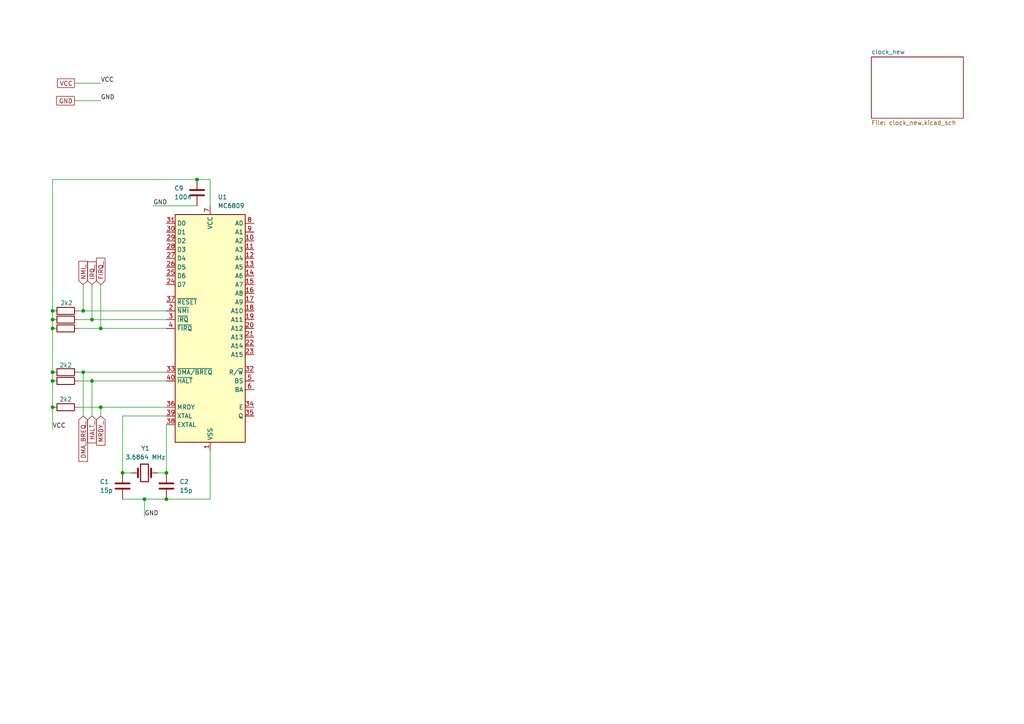
<source format=kicad_sch>
(kicad_sch (version 20231120) (generator "eeschema") (generator_version "8.0")
  (paper "A4")
  (lib_symbols
    (symbol "CPU_NXP_6800:MC6809"
      (property "Reference" "U" (at -7.62 34.29 0))
      (property "Value" "MC6809" (at 10.16 34.29 0))
      (symbol "MC6809_0_1"
        (rectangle (start -10.16 -33.02) (end 10.16 33.02) (stroke (width 0.254)) (fill (type background)))
      )
      (symbol "MC6809_1_1"
        (pin power_in line (at 0 -35.56 90) (length 2.54) (name "VSS") (number "1"))
        (pin output line (at 12.7 25.4 180) (length 2.54) (name "A2") (number "10"))
        (pin output line (at 12.7 22.86 180) (length 2.54) (name "A3") (number "11"))
        (pin output line (at 12.7 20.32 180) (length 2.54) (name "A4") (number "12"))
        (pin output line (at 12.7 17.78 180) (length 2.54) (name "A5") (number "13"))
        (pin output line (at 12.7 15.24 180) (length 2.54) (name "A6") (number "14"))
        (pin output line (at 12.7 12.7 180) (length 2.54) (name "A7") (number "15"))
        (pin output line (at 12.7 10.16 180) (length 2.54) (name "A8") (number "16"))
        (pin output line (at 12.7 7.62 180) (length 2.54) (name "A9") (number "17"))
        (pin output line (at 12.7 5.08 180) (length 2.54) (name "A10") (number "18"))
        (pin output line (at 12.7 2.54 180) (length 2.54) (name "A11") (number "19"))
        (pin input line (at -12.7 5.08 0) (length 2.54) (name "~{NMI}") (number "2"))
        (pin output line (at 12.7 0 180) (length 2.54) (name "A12") (number "20"))
        (pin output line (at 12.7 -2.54 180) (length 2.54) (name "A13") (number "21"))
        (pin output line (at 12.7 -5.08 180) (length 2.54) (name "A14") (number "22"))
        (pin output line (at 12.7 -7.62 180) (length 2.54) (name "A15") (number "23"))
        (pin bidirectional line (at -12.7 12.7 0) (length 2.54) (name "D7") (number "24"))
        (pin bidirectional line (at -12.7 15.24 0) (length 2.54) (name "D6") (number "25"))
        (pin bidirectional line (at -12.7 17.78 0) (length 2.54) (name "D5") (number "26"))
        (pin bidirectional line (at -12.7 20.32 0) (length 2.54) (name "D4") (number "27"))
        (pin bidirectional line (at -12.7 22.86 0) (length 2.54) (name "D3") (number "28"))
        (pin bidirectional line (at -12.7 25.4 0) (length 2.54) (name "D2") (number "29"))
        (pin input line (at -12.7 2.54 0) (length 2.54) (name "~{IRQ}") (number "3"))
        (pin bidirectional line (at -12.7 27.94 0) (length 2.54) (name "D1") (number "30"))
        (pin bidirectional line (at -12.7 30.48 0) (length 2.54) (name "D0") (number "31"))
        (pin output line (at 12.7 -12.7 180) (length 2.54) (name "R/~{W}") (number "32"))
        (pin input line (at -12.7 -12.7 0) (length 2.54) (name "~{DMA/BREQ}") (number "33"))
        (pin output line (at 12.7 -22.86 180) (length 2.54) (name "E") (number "34"))
        (pin output line (at 12.7 -25.4 180) (length 2.54) (name "Q") (number "35"))
        (pin input line (at -12.7 -22.86 0) (length 2.54) (name "MRDY") (number "36"))
        (pin input line (at -12.7 7.62 0) (length 2.54) (name "~{RESET}") (number "37"))
        (pin input line (at -12.7 -27.94 0) (length 2.54) (name "EXTAL") (number "38"))
        (pin input line (at -12.7 -25.4 0) (length 2.54) (name "XTAL") (number "39"))
        (pin input line (at -12.7 0 0) (length 2.54) (name "~{FIRQ}") (number "4"))
        (pin input line (at -12.7 -15.24 0) (length 2.54) (name "~{HALT}") (number "40"))
        (pin output line (at 12.7 -15.24 180) (length 2.54) (name "BS") (number "5"))
        (pin output line (at 12.7 -17.78 180) (length 2.54) (name "BA") (number "6"))
        (pin power_in line (at 0 35.56 270) (length 2.54) (name "VCC") (number "7"))
        (pin output line (at 12.7 30.48 180) (length 2.54) (name "A0") (number "8"))
        (pin output line (at 12.7 27.94 180) (length 2.54) (name "A1") (number "9"))
      )
    )
    (symbol "Device:C" (pin_numbers hide) (pin_names (offset 0.254))
      (property "Reference" "C" (at 0.635 2.54 0))
      (property "Value" "C" (at 0.635 -2.54 0))
      (symbol "C_0_1"
        (polyline (pts (xy -2.032 -0.762) (xy 2.032 -0.762)) (stroke (width 0.508)))
        (polyline (pts (xy -2.032 0.762) (xy 2.032 0.762)) (stroke (width 0.508)))
      )
      (symbol "C_1_1"
        (pin passive line (at 0 3.81 270) (length 2.794) (name "~") (number "1"))
        (pin passive line (at 0 -3.81 90) (length 2.794) (name "~") (number "2"))
      )
    )
    (symbol "Device:Crystal" (pin_numbers hide) (pin_names (offset 1.016) hide)
      (property "Reference" "Y" (at 0 3.81 0))
      (property "Value" "Crystal" (at 0 -3.81 0))
      (symbol "Crystal_0_1"
        (rectangle (start -1.143 2.54) (end 1.143 -2.54) (stroke (width 0.3048)))
        (polyline (pts (xy -2.54 0) (xy -1.905 0)))
        (polyline (pts (xy -1.905 -1.27) (xy -1.905 1.27)) (stroke (width 0.508)))
        (polyline (pts (xy 1.905 -1.27) (xy 1.905 1.27)) (stroke (width 0.508)))
        (polyline (pts (xy 2.54 0) (xy 1.905 0)))
      )
      (symbol "Crystal_1_1"
        (pin passive line (at -3.81 0 0) (length 1.27) (name "1") (number "1"))
        (pin passive line (at 3.81 0 180) (length 1.27) (name "2") (number "2"))
      )
    )
    (symbol "Device:R" (pin_numbers hide) (pin_names (offset 0))
      (property "Reference" "R" (at 2.032 0 90))
      (property "Value" "R" (at 0 0 90))
      (symbol "R_0_1"
        (rectangle (start -1.016 -2.54) (end 1.016 2.54) (stroke (width 0.254)))
      )
      (symbol "R_1_1"
        (pin passive line (at 0 3.81 270) (length 1.27) (name "~") (number "1"))
        (pin passive line (at 0 -3.81 90) (length 1.27) (name "~") (number "2"))
      )
    )
  )
  (junction (at 26.67 92.71))
  (junction (at 15.24 95.25))
  (junction (at 15.24 118.11))
  (junction (at 29.21 95.25))
  (junction (at 57.15 52.07))
  (junction (at 24.13 90.17))
  (junction (at 35.56 137.16))
  (junction (at 15.24 107.95))
  (junction (at 48.26 137.16))
  (junction (at 15.24 90.17))
  (junction (at 15.24 92.71))
  (junction (at 24.13 107.95))
  (junction (at 15.24 110.49))
  (junction (at 41.91 144.78))
  (junction (at 26.67 110.49))
  (junction (at 29.21 118.11))
  (junction (at 48.26 144.78))
  (wire (pts (xy 24.13 120.65) (xy 24.13 107.95)))
  (wire (pts (xy 60.96 144.78) (xy 60.96 130.81)))
  (wire (pts (xy 22.86 118.11) (xy 29.21 118.11)))
  (wire (pts (xy 26.67 82.55) (xy 26.67 92.71)))
  (wire (pts (xy 29.21 118.11) (xy 48.26 118.11)))
  (wire (pts (xy 24.13 82.55) (xy 24.13 90.17)))
  (wire (pts (xy 57.15 52.07) (xy 15.24 52.07)))
  (wire (pts (xy 22.86 110.49) (xy 26.67 110.49)))
  (wire (pts (xy 15.24 118.11) (xy 15.24 124.46)))
  (wire (pts (xy 29.21 120.65) (xy 29.21 118.11)))
  (wire (pts (xy 15.24 110.49) (xy 15.24 118.11)))
  (wire (pts (xy 21.59 24.13) (xy 29.21 24.13)))
  (wire (pts (xy 41.91 144.78) (xy 41.91 149.86)))
  (wire (pts (xy 26.67 92.71) (xy 48.26 92.71)))
  (wire (pts (xy 22.86 95.25) (xy 29.21 95.25)))
  (wire (pts (xy 21.59 29.21) (xy 29.21 29.21)))
  (wire (pts (xy 22.86 107.95) (xy 24.13 107.95)))
  (wire (pts (xy 29.21 82.55) (xy 29.21 95.25)))
  (wire (pts (xy 15.24 52.07) (xy 15.24 90.17)))
  (wire (pts (xy 26.67 120.65) (xy 26.67 110.49)))
  (wire (pts (xy 41.91 144.78) (xy 48.26 144.78)))
  (wire (pts (xy 15.24 95.25) (xy 15.24 107.95)))
  (wire (pts (xy 60.96 52.07) (xy 57.15 52.07)))
  (wire (pts (xy 15.24 90.17) (xy 15.24 92.71)))
  (wire (pts (xy 48.26 123.19) (xy 48.26 137.16)))
  (wire (pts (xy 48.26 144.78) (xy 60.96 144.78)))
  (wire (pts (xy 44.45 59.69) (xy 57.15 59.69)))
  (wire (pts (xy 22.86 92.71) (xy 26.67 92.71)))
  (wire (pts (xy 24.13 90.17) (xy 48.26 90.17)))
  (wire (pts (xy 15.24 92.71) (xy 15.24 95.25)))
  (wire (pts (xy 22.86 90.17) (xy 24.13 90.17)))
  (wire (pts (xy 29.21 95.25) (xy 48.26 95.25)))
  (wire (pts (xy 35.56 144.78) (xy 41.91 144.78)))
  (wire (pts (xy 48.26 120.65) (xy 35.56 120.65)))
  (wire (pts (xy 35.56 120.65) (xy 35.56 137.16)))
  (wire (pts (xy 15.24 107.95) (xy 15.24 110.49)))
  (wire (pts (xy 26.67 110.49) (xy 48.26 110.49)))
  (wire (pts (xy 24.13 107.95) (xy 48.26 107.95)))
  (wire (pts (xy 60.96 59.69) (xy 60.96 52.07)))
  (wire (pts (xy 45.72 137.16) (xy 48.26 137.16)))
  (wire (pts (xy 35.56 137.16) (xy 38.1 137.16)))
  (label "GND" (at 29.21 29.21 0))
  (label "VCC" (at 29.21 24.13 0))
  (label "GND" (at 44.45 59.69 0))
  (label "VCC" (at 15.24 124.46 0))
  (label "GND" (at 41.91 149.86 0))
  (global_label "MRDY_" (shape input) (at 29.21 120.65 270) (property "Intersheetrefs" "${INTERSHEET_REFS}" (effects (hide yes))))
  (global_label "IRQ_" (shape input) (at 26.67 82.55 90) (property "Intersheetrefs" "${INTERSHEET_REFS}" (effects (hide yes))))
  (global_label "FIRQ_" (shape input) (at 29.21 82.55 90) (property "Intersheetrefs" "${INTERSHEET_REFS}" (effects (hide yes))))
  (global_label "HALT_" (shape input) (at 26.67 120.65 270) (property "Intersheetrefs" "${INTERSHEET_REFS}" (effects (hide yes))))
  (global_label "VCC" (shape passive) (at 21.59 24.13 180) (property "Intersheetrefs" "${INTERSHEET_REFS}" (effects (hide yes))))
  (global_label "GND" (shape passive) (at 21.59 29.21 180) (property "Intersheetrefs" "${INTERSHEET_REFS}" (effects (hide yes))))
  (global_label "NMI_" (shape input) (at 24.13 82.55 90) (property "Intersheetrefs" "${INTERSHEET_REFS}" (effects (hide yes))))
  (global_label "DMA_BREQ_" (shape input) (at 24.13 120.65 270) (property "Intersheetrefs" "${INTERSHEET_REFS}" (effects (hide yes))))
  (symbol (lib_id "Device:R") (at 19.05 118.11 270) (unit 1)
    (property "Reference" "R2" (effects (hide yes)))
    (property "Value" "2k2" (at 19.05 115.824 90))
    (property "Footprint" "Resistor_THT:R_Axial_DIN0207_L6.3mm_D2.5mm_P7.62mm_Horizontal" (effects (hide yes)))
    (property "Description" "Resistor" (effects (hide yes)))
  )
  (symbol (lib_id "Device:C") (at 57.15 55.88 0) (unit 1)
    (property "Reference" "C9" (at 50.546 54.61 0) (effects (justify left)))
    (property "Value" "100n" (at 50.546 57.15 0) (effects (justify left)))
    (property "Footprint" "Capacitor_THT:C_Disc_D3.0mm_W1.6mm_P2.50mm" (effects (hide yes)))
    (property "Description" "Unpolarized capacitor" (effects (hide yes)))
  )
  (symbol (lib_id "Device:R") (at 19.05 90.17 270) (unit 1)
    (property "Reference" "R6" (effects (hide yes)))
    (property "Value" "2k2" (at 19.304 87.884 90))
    (property "Footprint" "Resistor_THT:R_Axial_DIN0207_L6.3mm_D2.5mm_P7.62mm_Horizontal" (effects (hide yes)))
    (property "Description" "Resistor" (effects (hide yes)))
  )
  (symbol (lib_id "Device:R") (at 19.05 107.95 270) (unit 1)
    (property "Reference" "R7" (effects (hide yes)))
    (property "Value" "2k2" (at 19.05 105.918 90))
    (property "Footprint" "Resistor_THT:R_Axial_DIN0207_L6.3mm_D2.5mm_P7.62mm_Horizontal" (effects (hide yes)))
    (property "Description" "Resistor" (effects (hide yes)))
  )
  (symbol (lib_id "Device:R") (at 19.05 95.25 270) (unit 1)
    (property "Reference" "R5" (effects (hide yes)))
    (property "Value" "2k2" (effects (hide yes)))
    (property "Footprint" "Resistor_THT:R_Axial_DIN0207_L6.3mm_D2.5mm_P7.62mm_Horizontal" (effects (hide yes)))
    (property "Description" "Resistor" (effects (hide yes)))
  )
  (symbol (lib_id "Device:C") (at 35.56 140.97 0) (unit 1)
    (property "Reference" "C1" (at 28.956 139.7 0) (effects (justify left)))
    (property "Value" "15p" (at 28.956 142.24 0) (effects (justify left)))
    (property "Footprint" "Capacitor_THT:C_Disc_D3.0mm_W1.6mm_P2.50mm" (effects (hide yes)))
    (property "Description" "Unpolarized capacitor" (effects (hide yes)))
  )
  (symbol (lib_id "CPU_NXP_6800:MC6809") (at 60.96 95.25 0) (unit 1)
    (property "Reference" "U1" (at 63.1541 57.15 0) (effects (justify left)))
    (property "Value" "MC6809" (at 63.1541 59.69 0) (effects (justify left)))
    (property "Footprint" "Package_DIP:DIP-40_W15.24mm" (effects (hide yes)))
    (property "Datasheet" "http://pdf.datasheetcatalog.com/datasheet/motorola/MC68B09S.pdf" (effects (hide yes)))
    (property "Description" "8-Bit Microprocessing unit 1.0MHz, DIP-40" (effects (hide yes)))
  )
  (symbol (lib_id "Device:C") (at 48.26 140.97 0) (unit 1)
    (property "Reference" "C2" (at 52.07 139.6999 0) (effects (justify left)))
    (property "Value" "15p" (at 52.07 142.2399 0) (effects (justify left)))
    (property "Footprint" "Capacitor_THT:C_Disc_D3.0mm_W1.6mm_P2.50mm" (effects (hide yes)))
    (property "Description" "Unpolarized capacitor" (effects (hide yes)))
  )
  (symbol (lib_id "Device:R") (at 19.05 110.49 270) (unit 1)
    (property "Reference" "R8" (effects (hide yes)))
    (property "Value" "2k2" (effects (hide yes)))
    (property "Footprint" "Resistor_THT:R_Axial_DIN0207_L6.3mm_D2.5mm_P7.62mm_Horizontal" (effects (hide yes)))
    (property "Description" "Resistor" (effects (hide yes)))
  )
  (symbol (lib_id "Device:R") (at 19.05 92.71 270) (unit 1)
    (property "Reference" "R1" (effects (hide yes)))
    (property "Value" "2k2" (effects (hide yes)))
    (property "Footprint" "Resistor_THT:R_Axial_DIN0207_L6.3mm_D2.5mm_P7.62mm_Horizontal" (effects (hide yes)))
    (property "Description" "Resistor" (effects (hide yes)))
  )
  (symbol (lib_id "Device:Crystal") (at 41.91 137.16 0) (unit 1)
    (property "Reference" "Y1" (at 42.164 130.048 0))
    (property "Value" "3.6864 MHz" (at 42.164 132.588 0))
    (property "Footprint" "Crystal:Resonator-2Pin_W10.0mm_H5.0mm" (effects (hide yes)))
    (property "Description" "Two pin crystal" (effects (hide yes)))
  )
  (sheet (at 252.73 16.51) (size 26.67 17.78) (stroke (width 0.1524))
    (property "Sheetname" "clock_new" (at 252.73 15.7984 0) (effects (justify left bottom)))
    (property "Sheetfile" "clock_new.kicad_sch" (at 252.73 34.8746 0) (effects (justify left top)))
  )
)
</source>
